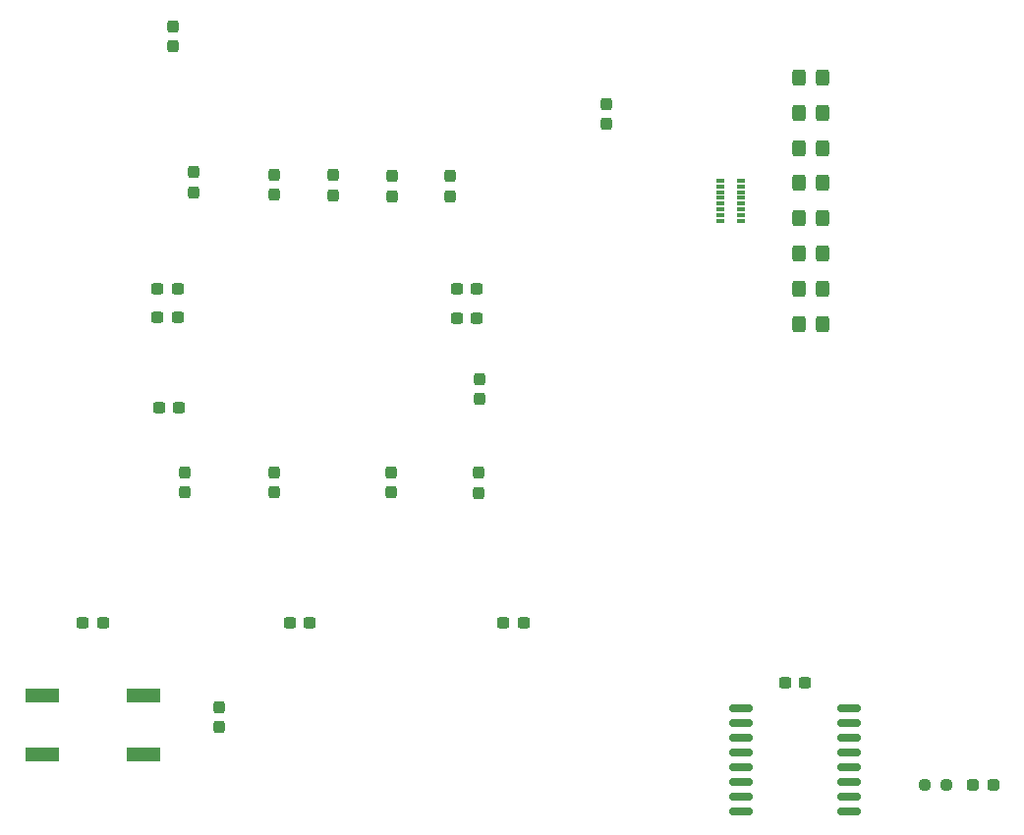
<source format=gtp>
G04 #@! TF.GenerationSoftware,KiCad,Pcbnew,8.0.1*
G04 #@! TF.CreationDate,2024-04-03T23:34:40-03:00*
G04 #@! TF.ProjectId,Breakout-68040,42726561-6b6f-4757-942d-36383034302e,rev?*
G04 #@! TF.SameCoordinates,Original*
G04 #@! TF.FileFunction,Paste,Top*
G04 #@! TF.FilePolarity,Positive*
%FSLAX46Y46*%
G04 Gerber Fmt 4.6, Leading zero omitted, Abs format (unit mm)*
G04 Created by KiCad (PCBNEW 8.0.1) date 2024-04-03 23:34:40*
%MOMM*%
%LPD*%
G01*
G04 APERTURE LIST*
G04 Aperture macros list*
%AMRoundRect*
0 Rectangle with rounded corners*
0 $1 Rounding radius*
0 $2 $3 $4 $5 $6 $7 $8 $9 X,Y pos of 4 corners*
0 Add a 4 corners polygon primitive as box body*
4,1,4,$2,$3,$4,$5,$6,$7,$8,$9,$2,$3,0*
0 Add four circle primitives for the rounded corners*
1,1,$1+$1,$2,$3*
1,1,$1+$1,$4,$5*
1,1,$1+$1,$6,$7*
1,1,$1+$1,$8,$9*
0 Add four rect primitives between the rounded corners*
20,1,$1+$1,$2,$3,$4,$5,0*
20,1,$1+$1,$4,$5,$6,$7,0*
20,1,$1+$1,$6,$7,$8,$9,0*
20,1,$1+$1,$8,$9,$2,$3,0*%
G04 Aperture macros list end*
%ADD10R,0.800000X0.300000*%
%ADD11RoundRect,0.250000X0.325000X0.450000X-0.325000X0.450000X-0.325000X-0.450000X0.325000X-0.450000X0*%
%ADD12RoundRect,0.237500X-0.237500X0.300000X-0.237500X-0.300000X0.237500X-0.300000X0.237500X0.300000X0*%
%ADD13RoundRect,0.237500X0.237500X-0.300000X0.237500X0.300000X-0.237500X0.300000X-0.237500X-0.300000X0*%
%ADD14RoundRect,0.237500X0.300000X0.237500X-0.300000X0.237500X-0.300000X-0.237500X0.300000X-0.237500X0*%
%ADD15R,3.000000X1.300000*%
%ADD16RoundRect,0.237500X-0.300000X-0.237500X0.300000X-0.237500X0.300000X0.237500X-0.300000X0.237500X0*%
%ADD17RoundRect,0.237500X-0.250000X-0.237500X0.250000X-0.237500X0.250000X0.237500X-0.250000X0.237500X0*%
%ADD18RoundRect,0.237500X0.287500X0.237500X-0.287500X0.237500X-0.287500X-0.237500X0.287500X-0.237500X0*%
%ADD19RoundRect,0.150000X-0.875000X-0.150000X0.875000X-0.150000X0.875000X0.150000X-0.875000X0.150000X0*%
G04 APERTURE END LIST*
D10*
X95075000Y-79950000D03*
X95075000Y-79450000D03*
X95075000Y-78950000D03*
X95075000Y-78450000D03*
X95075000Y-77950000D03*
X95075000Y-77450000D03*
X95075000Y-76950000D03*
X95075000Y-76450000D03*
X93275000Y-76450000D03*
X93275000Y-76950000D03*
X93275000Y-77450000D03*
X93275000Y-77950000D03*
X93275000Y-78450000D03*
X93275000Y-78950000D03*
X93275000Y-79450000D03*
X93275000Y-79950000D03*
D11*
X102075000Y-70600000D03*
X100025000Y-70600000D03*
X102075000Y-85800000D03*
X100025000Y-85800000D03*
X102075000Y-82760000D03*
X100025000Y-82760000D03*
X102075000Y-88840000D03*
X100025000Y-88840000D03*
X102075000Y-67560000D03*
X100025000Y-67560000D03*
X102075000Y-76680000D03*
X100025000Y-76680000D03*
X102075000Y-73640000D03*
X100025000Y-73640000D03*
X102075000Y-79720000D03*
X100025000Y-79720000D03*
D12*
X65000000Y-76075000D03*
X65000000Y-77800000D03*
D13*
X54800000Y-103300000D03*
X54800000Y-101575000D03*
X64900000Y-103300000D03*
X64900000Y-101575000D03*
D12*
X47900000Y-75737500D03*
X47900000Y-77462500D03*
X70000000Y-77800000D03*
X70000000Y-76075000D03*
X54800000Y-75937500D03*
X54800000Y-77662500D03*
D14*
X72262500Y-88300000D03*
X70537500Y-88300000D03*
D13*
X72400000Y-103362500D03*
X72400000Y-101637500D03*
D15*
X34800000Y-120860000D03*
X34800000Y-125940000D03*
X43600000Y-125940000D03*
X43600000Y-120860000D03*
D12*
X50100000Y-121837500D03*
X50100000Y-123562500D03*
D13*
X46100000Y-64862500D03*
X46100000Y-63137500D03*
D16*
X44775000Y-88200000D03*
X46500000Y-88200000D03*
D17*
X110887500Y-128500000D03*
X112712500Y-128500000D03*
D16*
X44775000Y-85800000D03*
X46500000Y-85800000D03*
D12*
X59900000Y-75975000D03*
X59900000Y-77700000D03*
D13*
X47100000Y-103300000D03*
X47100000Y-101575000D03*
D14*
X72262500Y-85800000D03*
X70537500Y-85800000D03*
D18*
X116775000Y-128500000D03*
X115025000Y-128500000D03*
D12*
X72500000Y-93537500D03*
X72500000Y-95262500D03*
D19*
X95050000Y-121955000D03*
X95050000Y-123225000D03*
X95050000Y-124495000D03*
X95050000Y-125765000D03*
X95050000Y-127035000D03*
X95050000Y-128305000D03*
X95050000Y-129575000D03*
X95050000Y-130845000D03*
X104350000Y-130845000D03*
X104350000Y-129575000D03*
X104350000Y-128305000D03*
X104350000Y-127035000D03*
X104350000Y-125765000D03*
X104350000Y-124495000D03*
X104350000Y-123225000D03*
X104350000Y-121955000D03*
D14*
X76300000Y-114600000D03*
X74575000Y-114600000D03*
D16*
X56175000Y-114600000D03*
X57900000Y-114600000D03*
D14*
X100562500Y-119700000D03*
X98837500Y-119700000D03*
D13*
X83400000Y-71562500D03*
X83400000Y-69837500D03*
D16*
X44875000Y-96000000D03*
X46600000Y-96000000D03*
D14*
X40062500Y-114540000D03*
X38337500Y-114540000D03*
M02*

</source>
